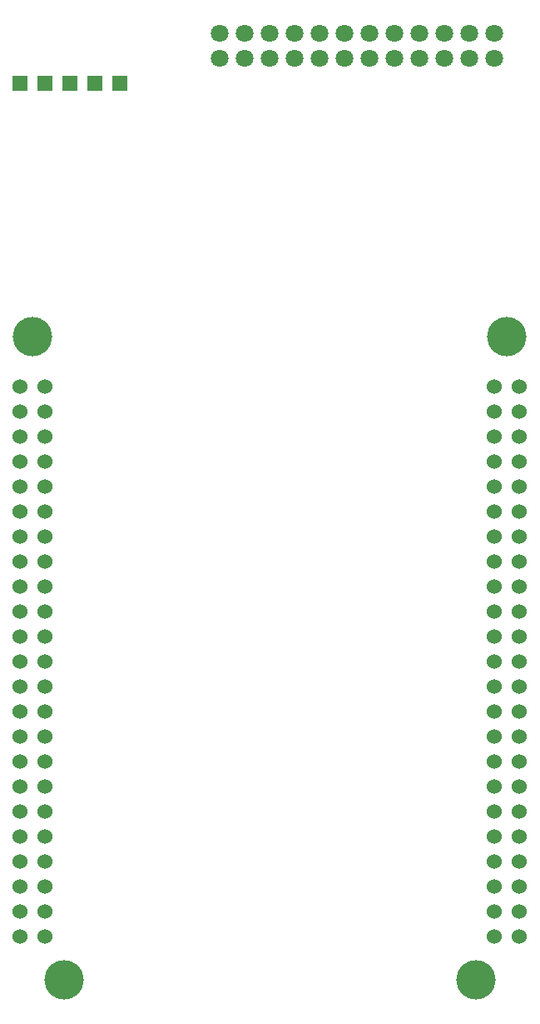
<source format=gbr>
G04 Layer_Color=255*
%FSLAX26Y26*%
%MOIN*%
%TF.FileFunction,Pads,Bot*%
%TF.Part,Single*%
G01*
G75*
%TA.AperFunction,ComponentPad*%
%ADD11C,0.070866*%
%ADD12R,0.060000X0.060000*%
%ADD13C,0.157480*%
%ADD14C,0.060000*%
D11*
X1200000Y4200000D02*
D03*
Y4100000D02*
D03*
X2300000Y4200000D02*
D03*
X2200000D02*
D03*
X2100000D02*
D03*
X2000000D02*
D03*
X1900000D02*
D03*
X1800000D02*
D03*
X1700000D02*
D03*
X1600000D02*
D03*
X1500000D02*
D03*
X1400000D02*
D03*
X2300000Y4100000D02*
D03*
X2200000D02*
D03*
X2100000D02*
D03*
X2000000D02*
D03*
X1900000D02*
D03*
X1800000D02*
D03*
X1700000D02*
D03*
X1600000D02*
D03*
X1500000D02*
D03*
X1400000D02*
D03*
X1300000D02*
D03*
Y4200000D02*
D03*
D12*
X700000Y4000000D02*
D03*
X600000D02*
D03*
X500000D02*
D03*
X400000D02*
D03*
X800000D02*
D03*
D13*
X450000Y2987500D02*
D03*
X2350000D02*
D03*
X2225000Y412500D02*
D03*
X575000D02*
D03*
D14*
X500000Y2787500D02*
D03*
Y2687500D02*
D03*
Y2587500D02*
D03*
Y2487500D02*
D03*
Y2387500D02*
D03*
Y2287500D02*
D03*
Y2187500D02*
D03*
Y2087500D02*
D03*
Y1987500D02*
D03*
Y1887500D02*
D03*
Y1787500D02*
D03*
Y1687500D02*
D03*
Y1587500D02*
D03*
Y1487500D02*
D03*
Y1387500D02*
D03*
Y1287500D02*
D03*
Y1187500D02*
D03*
Y1087500D02*
D03*
Y987500D02*
D03*
Y887500D02*
D03*
Y787500D02*
D03*
Y687500D02*
D03*
Y587500D02*
D03*
X400000Y2687500D02*
D03*
Y2587500D02*
D03*
Y2487500D02*
D03*
Y2387500D02*
D03*
Y2287500D02*
D03*
Y2187500D02*
D03*
Y2087500D02*
D03*
Y1987500D02*
D03*
Y1887500D02*
D03*
Y1787500D02*
D03*
Y1687500D02*
D03*
Y1587500D02*
D03*
Y1487500D02*
D03*
Y1387500D02*
D03*
Y1287500D02*
D03*
Y1187500D02*
D03*
Y1087500D02*
D03*
Y987500D02*
D03*
Y887500D02*
D03*
Y787500D02*
D03*
Y687500D02*
D03*
Y587500D02*
D03*
X2300000Y2787500D02*
D03*
X2400000D02*
D03*
Y2687500D02*
D03*
Y2587500D02*
D03*
Y2487500D02*
D03*
Y2387500D02*
D03*
Y2287500D02*
D03*
Y2187500D02*
D03*
Y2087500D02*
D03*
Y1987500D02*
D03*
Y1887500D02*
D03*
Y1787500D02*
D03*
Y1687500D02*
D03*
Y1587500D02*
D03*
Y1487500D02*
D03*
Y1387500D02*
D03*
Y1287500D02*
D03*
Y1187500D02*
D03*
Y1087500D02*
D03*
Y987500D02*
D03*
Y887500D02*
D03*
Y787500D02*
D03*
Y687500D02*
D03*
Y587500D02*
D03*
X2300000Y2687500D02*
D03*
Y2587500D02*
D03*
Y2487500D02*
D03*
Y2387500D02*
D03*
Y2287500D02*
D03*
Y2187500D02*
D03*
Y2087500D02*
D03*
Y1987500D02*
D03*
Y1887500D02*
D03*
Y1787500D02*
D03*
Y1687500D02*
D03*
Y1587500D02*
D03*
Y1487500D02*
D03*
Y1387500D02*
D03*
Y1287500D02*
D03*
Y1187500D02*
D03*
Y1087500D02*
D03*
Y987500D02*
D03*
Y887500D02*
D03*
Y787500D02*
D03*
Y687500D02*
D03*
Y587500D02*
D03*
X400000Y2787500D02*
D03*
%TF.MD5,714876452eebe405a128a16be9490dc5*%
M02*

</source>
